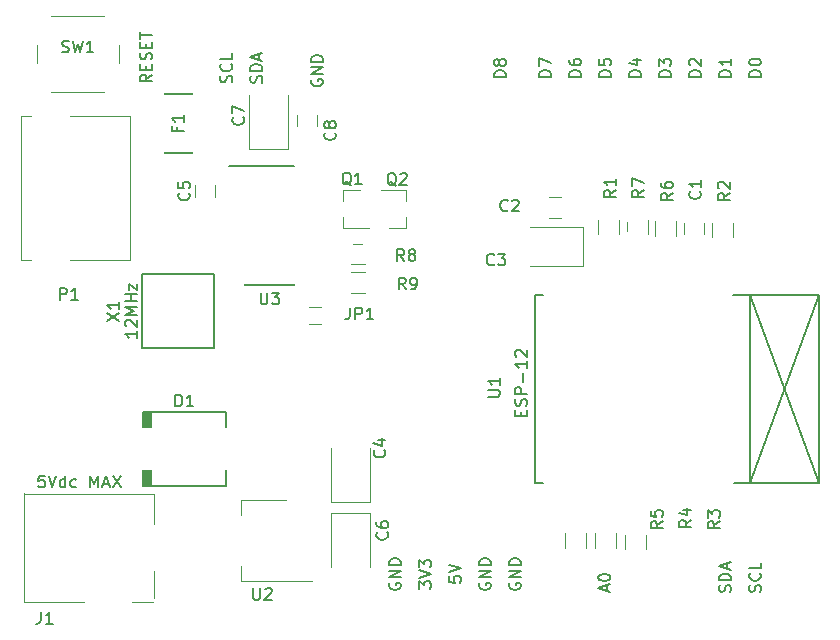
<source format=gto>
G04 #@! TF.GenerationSoftware,KiCad,Pcbnew,(2017-11-08 revision cd21218)-HEAD*
G04 #@! TF.CreationDate,2018-02-07T13:52:32+02:00*
G04 #@! TF.ProjectId,esp8266_uno,657370383236365F756E6F2E6B696361,rev?*
G04 #@! TF.SameCoordinates,Original*
G04 #@! TF.FileFunction,Legend,Top*
G04 #@! TF.FilePolarity,Positive*
%FSLAX46Y46*%
G04 Gerber Fmt 4.6, Leading zero omitted, Abs format (unit mm)*
G04 Created by KiCad (PCBNEW (2017-11-08 revision cd21218)-HEAD) date Wed Feb  7 13:52:32 2018*
%MOMM*%
%LPD*%
G01*
G04 APERTURE LIST*
%ADD10C,0.150000*%
%ADD11C,0.152400*%
%ADD12C,0.120000*%
%ADD13C,0.177800*%
%ADD14O,1.500000X2.800000*%
%ADD15R,1.500000X2.800000*%
%ADD16R,3.900000X3.900000*%
%ADD17O,2.000000X2.000000*%
%ADD18R,2.000000X2.000000*%
%ADD19C,1.920000*%
%ADD20C,3.100000*%
%ADD21C,3.600000*%
%ADD22R,1.650000X1.900000*%
%ADD23R,1.900000X1.650000*%
%ADD24R,1.600000X1.300000*%
%ADD25R,1.300000X1.200000*%
%ADD26R,1.700000X1.900000*%
%ADD27R,2.400000X4.200000*%
%ADD28R,2.400000X1.900000*%
%ADD29R,1.900000X1.000000*%
%ADD30R,5.500000X1.200000*%
%ADD31R,5.500000X1.700000*%
%ADD32C,2.400000*%
%ADD33R,2.350000X2.900000*%
%ADD34R,2.900000X2.350000*%
%ADD35R,1.860000X5.240000*%
%ADD36R,1.900000X1.700000*%
%ADD37R,2.398980X3.597860*%
G04 APERTURE END LIST*
D10*
X132535561Y-85948685D02*
X132583180Y-85805828D01*
X132583180Y-85567733D01*
X132535561Y-85472495D01*
X132487942Y-85424876D01*
X132392704Y-85377257D01*
X132297466Y-85377257D01*
X132202228Y-85424876D01*
X132154609Y-85472495D01*
X132106990Y-85567733D01*
X132059371Y-85758209D01*
X132011752Y-85853447D01*
X131964133Y-85901066D01*
X131868895Y-85948685D01*
X131773657Y-85948685D01*
X131678419Y-85901066D01*
X131630800Y-85853447D01*
X131583180Y-85758209D01*
X131583180Y-85520114D01*
X131630800Y-85377257D01*
X132583180Y-84948685D02*
X131583180Y-84948685D01*
X131583180Y-84710590D01*
X131630800Y-84567733D01*
X131726038Y-84472495D01*
X131821276Y-84424876D01*
X132011752Y-84377257D01*
X132154609Y-84377257D01*
X132345085Y-84424876D01*
X132440323Y-84472495D01*
X132535561Y-84567733D01*
X132583180Y-84710590D01*
X132583180Y-84948685D01*
X132297466Y-83996304D02*
X132297466Y-83520114D01*
X132583180Y-84091542D02*
X131583180Y-83758209D01*
X132583180Y-83424876D01*
X129995561Y-85924876D02*
X130043180Y-85782019D01*
X130043180Y-85543923D01*
X129995561Y-85448685D01*
X129947942Y-85401066D01*
X129852704Y-85353447D01*
X129757466Y-85353447D01*
X129662228Y-85401066D01*
X129614609Y-85448685D01*
X129566990Y-85543923D01*
X129519371Y-85734400D01*
X129471752Y-85829638D01*
X129424133Y-85877257D01*
X129328895Y-85924876D01*
X129233657Y-85924876D01*
X129138419Y-85877257D01*
X129090800Y-85829638D01*
X129043180Y-85734400D01*
X129043180Y-85496304D01*
X129090800Y-85353447D01*
X129947942Y-84353447D02*
X129995561Y-84401066D01*
X130043180Y-84543923D01*
X130043180Y-84639161D01*
X129995561Y-84782019D01*
X129900323Y-84877257D01*
X129805085Y-84924876D01*
X129614609Y-84972495D01*
X129471752Y-84972495D01*
X129281276Y-84924876D01*
X129186038Y-84877257D01*
X129090800Y-84782019D01*
X129043180Y-84639161D01*
X129043180Y-84543923D01*
X129090800Y-84401066D01*
X129138419Y-84353447D01*
X130043180Y-83448685D02*
X130043180Y-83924876D01*
X129043180Y-83924876D01*
X136787000Y-85699504D02*
X136739380Y-85794742D01*
X136739380Y-85937600D01*
X136787000Y-86080457D01*
X136882238Y-86175695D01*
X136977476Y-86223314D01*
X137167952Y-86270933D01*
X137310809Y-86270933D01*
X137501285Y-86223314D01*
X137596523Y-86175695D01*
X137691761Y-86080457D01*
X137739380Y-85937600D01*
X137739380Y-85842361D01*
X137691761Y-85699504D01*
X137644142Y-85651885D01*
X137310809Y-85651885D01*
X137310809Y-85842361D01*
X137739380Y-85223314D02*
X136739380Y-85223314D01*
X137739380Y-84651885D01*
X136739380Y-84651885D01*
X137739380Y-84175695D02*
X136739380Y-84175695D01*
X136739380Y-83937600D01*
X136787000Y-83794742D01*
X136882238Y-83699504D01*
X136977476Y-83651885D01*
X137167952Y-83604266D01*
X137310809Y-83604266D01*
X137501285Y-83651885D01*
X137596523Y-83699504D01*
X137691761Y-83794742D01*
X137739380Y-83937600D01*
X137739380Y-84175695D01*
X153551000Y-128320704D02*
X153503380Y-128415942D01*
X153503380Y-128558800D01*
X153551000Y-128701657D01*
X153646238Y-128796895D01*
X153741476Y-128844514D01*
X153931952Y-128892133D01*
X154074809Y-128892133D01*
X154265285Y-128844514D01*
X154360523Y-128796895D01*
X154455761Y-128701657D01*
X154503380Y-128558800D01*
X154503380Y-128463561D01*
X154455761Y-128320704D01*
X154408142Y-128273085D01*
X154074809Y-128273085D01*
X154074809Y-128463561D01*
X154503380Y-127844514D02*
X153503380Y-127844514D01*
X154503380Y-127273085D01*
X153503380Y-127273085D01*
X154503380Y-126796895D02*
X153503380Y-126796895D01*
X153503380Y-126558800D01*
X153551000Y-126415942D01*
X153646238Y-126320704D01*
X153741476Y-126273085D01*
X153931952Y-126225466D01*
X154074809Y-126225466D01*
X154265285Y-126273085D01*
X154360523Y-126320704D01*
X154455761Y-126415942D01*
X154503380Y-126558800D01*
X154503380Y-126796895D01*
X151011000Y-128320704D02*
X150963380Y-128415942D01*
X150963380Y-128558800D01*
X151011000Y-128701657D01*
X151106238Y-128796895D01*
X151201476Y-128844514D01*
X151391952Y-128892133D01*
X151534809Y-128892133D01*
X151725285Y-128844514D01*
X151820523Y-128796895D01*
X151915761Y-128701657D01*
X151963380Y-128558800D01*
X151963380Y-128463561D01*
X151915761Y-128320704D01*
X151868142Y-128273085D01*
X151534809Y-128273085D01*
X151534809Y-128463561D01*
X151963380Y-127844514D02*
X150963380Y-127844514D01*
X151963380Y-127273085D01*
X150963380Y-127273085D01*
X151963380Y-126796895D02*
X150963380Y-126796895D01*
X150963380Y-126558800D01*
X151011000Y-126415942D01*
X151106238Y-126320704D01*
X151201476Y-126273085D01*
X151391952Y-126225466D01*
X151534809Y-126225466D01*
X151725285Y-126273085D01*
X151820523Y-126320704D01*
X151915761Y-126415942D01*
X151963380Y-126558800D01*
X151963380Y-126796895D01*
X148423380Y-127749276D02*
X148423380Y-128225466D01*
X148899571Y-128273085D01*
X148851952Y-128225466D01*
X148804333Y-128130228D01*
X148804333Y-127892133D01*
X148851952Y-127796895D01*
X148899571Y-127749276D01*
X148994809Y-127701657D01*
X149232904Y-127701657D01*
X149328142Y-127749276D01*
X149375761Y-127796895D01*
X149423380Y-127892133D01*
X149423380Y-128130228D01*
X149375761Y-128225466D01*
X149328142Y-128273085D01*
X148423380Y-127415942D02*
X149423380Y-127082609D01*
X148423380Y-126749276D01*
X145883380Y-128796895D02*
X145883380Y-128177847D01*
X146264333Y-128511180D01*
X146264333Y-128368323D01*
X146311952Y-128273085D01*
X146359571Y-128225466D01*
X146454809Y-128177847D01*
X146692904Y-128177847D01*
X146788142Y-128225466D01*
X146835761Y-128273085D01*
X146883380Y-128368323D01*
X146883380Y-128654038D01*
X146835761Y-128749276D01*
X146788142Y-128796895D01*
X145883380Y-127892133D02*
X146883380Y-127558800D01*
X145883380Y-127225466D01*
X145883380Y-126987371D02*
X145883380Y-126368323D01*
X146264333Y-126701657D01*
X146264333Y-126558800D01*
X146311952Y-126463561D01*
X146359571Y-126415942D01*
X146454809Y-126368323D01*
X146692904Y-126368323D01*
X146788142Y-126415942D01*
X146835761Y-126463561D01*
X146883380Y-126558800D01*
X146883380Y-126844514D01*
X146835761Y-126939752D01*
X146788142Y-126987371D01*
X143391000Y-128320704D02*
X143343380Y-128415942D01*
X143343380Y-128558800D01*
X143391000Y-128701657D01*
X143486238Y-128796895D01*
X143581476Y-128844514D01*
X143771952Y-128892133D01*
X143914809Y-128892133D01*
X144105285Y-128844514D01*
X144200523Y-128796895D01*
X144295761Y-128701657D01*
X144343380Y-128558800D01*
X144343380Y-128463561D01*
X144295761Y-128320704D01*
X144248142Y-128273085D01*
X143914809Y-128273085D01*
X143914809Y-128463561D01*
X144343380Y-127844514D02*
X143343380Y-127844514D01*
X144343380Y-127273085D01*
X143343380Y-127273085D01*
X144343380Y-126796895D02*
X143343380Y-126796895D01*
X143343380Y-126558800D01*
X143391000Y-126415942D01*
X143486238Y-126320704D01*
X143581476Y-126273085D01*
X143771952Y-126225466D01*
X143914809Y-126225466D01*
X144105285Y-126273085D01*
X144200523Y-126320704D01*
X144295761Y-126415942D01*
X144343380Y-126558800D01*
X144343380Y-126796895D01*
X161761466Y-128984285D02*
X161761466Y-128508095D01*
X162047180Y-129079523D02*
X161047180Y-128746190D01*
X162047180Y-128412857D01*
X161047180Y-127889047D02*
X161047180Y-127793809D01*
X161094800Y-127698571D01*
X161142419Y-127650952D01*
X161237657Y-127603333D01*
X161428133Y-127555714D01*
X161666228Y-127555714D01*
X161856704Y-127603333D01*
X161951942Y-127650952D01*
X161999561Y-127698571D01*
X162047180Y-127793809D01*
X162047180Y-127889047D01*
X161999561Y-127984285D01*
X161951942Y-128031904D01*
X161856704Y-128079523D01*
X161666228Y-128127142D01*
X161428133Y-128127142D01*
X161237657Y-128079523D01*
X161142419Y-128031904D01*
X161094800Y-127984285D01*
X161047180Y-127889047D01*
X174750361Y-129054076D02*
X174797980Y-128911219D01*
X174797980Y-128673123D01*
X174750361Y-128577885D01*
X174702742Y-128530266D01*
X174607504Y-128482647D01*
X174512266Y-128482647D01*
X174417028Y-128530266D01*
X174369409Y-128577885D01*
X174321790Y-128673123D01*
X174274171Y-128863600D01*
X174226552Y-128958838D01*
X174178933Y-129006457D01*
X174083695Y-129054076D01*
X173988457Y-129054076D01*
X173893219Y-129006457D01*
X173845600Y-128958838D01*
X173797980Y-128863600D01*
X173797980Y-128625504D01*
X173845600Y-128482647D01*
X174702742Y-127482647D02*
X174750361Y-127530266D01*
X174797980Y-127673123D01*
X174797980Y-127768361D01*
X174750361Y-127911219D01*
X174655123Y-128006457D01*
X174559885Y-128054076D01*
X174369409Y-128101695D01*
X174226552Y-128101695D01*
X174036076Y-128054076D01*
X173940838Y-128006457D01*
X173845600Y-127911219D01*
X173797980Y-127768361D01*
X173797980Y-127673123D01*
X173845600Y-127530266D01*
X173893219Y-127482647D01*
X174797980Y-126577885D02*
X174797980Y-127054076D01*
X173797980Y-127054076D01*
X172210361Y-129077885D02*
X172257980Y-128935028D01*
X172257980Y-128696933D01*
X172210361Y-128601695D01*
X172162742Y-128554076D01*
X172067504Y-128506457D01*
X171972266Y-128506457D01*
X171877028Y-128554076D01*
X171829409Y-128601695D01*
X171781790Y-128696933D01*
X171734171Y-128887409D01*
X171686552Y-128982647D01*
X171638933Y-129030266D01*
X171543695Y-129077885D01*
X171448457Y-129077885D01*
X171353219Y-129030266D01*
X171305600Y-128982647D01*
X171257980Y-128887409D01*
X171257980Y-128649314D01*
X171305600Y-128506457D01*
X172257980Y-128077885D02*
X171257980Y-128077885D01*
X171257980Y-127839790D01*
X171305600Y-127696933D01*
X171400838Y-127601695D01*
X171496076Y-127554076D01*
X171686552Y-127506457D01*
X171829409Y-127506457D01*
X172019885Y-127554076D01*
X172115123Y-127601695D01*
X172210361Y-127696933D01*
X172257980Y-127839790D01*
X172257980Y-128077885D01*
X171972266Y-127125504D02*
X171972266Y-126649314D01*
X172257980Y-127220742D02*
X171257980Y-126887409D01*
X172257980Y-126554076D01*
X153207980Y-85472495D02*
X152207980Y-85472495D01*
X152207980Y-85234400D01*
X152255600Y-85091542D01*
X152350838Y-84996304D01*
X152446076Y-84948685D01*
X152636552Y-84901066D01*
X152779409Y-84901066D01*
X152969885Y-84948685D01*
X153065123Y-84996304D01*
X153160361Y-85091542D01*
X153207980Y-85234400D01*
X153207980Y-85472495D01*
X152636552Y-84329638D02*
X152588933Y-84424876D01*
X152541314Y-84472495D01*
X152446076Y-84520114D01*
X152398457Y-84520114D01*
X152303219Y-84472495D01*
X152255600Y-84424876D01*
X152207980Y-84329638D01*
X152207980Y-84139161D01*
X152255600Y-84043923D01*
X152303219Y-83996304D01*
X152398457Y-83948685D01*
X152446076Y-83948685D01*
X152541314Y-83996304D01*
X152588933Y-84043923D01*
X152636552Y-84139161D01*
X152636552Y-84329638D01*
X152684171Y-84424876D01*
X152731790Y-84472495D01*
X152827028Y-84520114D01*
X153017504Y-84520114D01*
X153112742Y-84472495D01*
X153160361Y-84424876D01*
X153207980Y-84329638D01*
X153207980Y-84139161D01*
X153160361Y-84043923D01*
X153112742Y-83996304D01*
X153017504Y-83948685D01*
X152827028Y-83948685D01*
X152731790Y-83996304D01*
X152684171Y-84043923D01*
X152636552Y-84139161D01*
X174823380Y-85447095D02*
X173823380Y-85447095D01*
X173823380Y-85209000D01*
X173871000Y-85066142D01*
X173966238Y-84970904D01*
X174061476Y-84923285D01*
X174251952Y-84875666D01*
X174394809Y-84875666D01*
X174585285Y-84923285D01*
X174680523Y-84970904D01*
X174775761Y-85066142D01*
X174823380Y-85209000D01*
X174823380Y-85447095D01*
X173823380Y-84256619D02*
X173823380Y-84161380D01*
X173871000Y-84066142D01*
X173918619Y-84018523D01*
X174013857Y-83970904D01*
X174204333Y-83923285D01*
X174442428Y-83923285D01*
X174632904Y-83970904D01*
X174728142Y-84018523D01*
X174775761Y-84066142D01*
X174823380Y-84161380D01*
X174823380Y-84256619D01*
X174775761Y-84351857D01*
X174728142Y-84399476D01*
X174632904Y-84447095D01*
X174442428Y-84494714D01*
X174204333Y-84494714D01*
X174013857Y-84447095D01*
X173918619Y-84399476D01*
X173871000Y-84351857D01*
X173823380Y-84256619D01*
X172283380Y-85447095D02*
X171283380Y-85447095D01*
X171283380Y-85209000D01*
X171331000Y-85066142D01*
X171426238Y-84970904D01*
X171521476Y-84923285D01*
X171711952Y-84875666D01*
X171854809Y-84875666D01*
X172045285Y-84923285D01*
X172140523Y-84970904D01*
X172235761Y-85066142D01*
X172283380Y-85209000D01*
X172283380Y-85447095D01*
X172283380Y-83923285D02*
X172283380Y-84494714D01*
X172283380Y-84209000D02*
X171283380Y-84209000D01*
X171426238Y-84304238D01*
X171521476Y-84399476D01*
X171569095Y-84494714D01*
X169743380Y-85447095D02*
X168743380Y-85447095D01*
X168743380Y-85209000D01*
X168791000Y-85066142D01*
X168886238Y-84970904D01*
X168981476Y-84923285D01*
X169171952Y-84875666D01*
X169314809Y-84875666D01*
X169505285Y-84923285D01*
X169600523Y-84970904D01*
X169695761Y-85066142D01*
X169743380Y-85209000D01*
X169743380Y-85447095D01*
X168838619Y-84494714D02*
X168791000Y-84447095D01*
X168743380Y-84351857D01*
X168743380Y-84113761D01*
X168791000Y-84018523D01*
X168838619Y-83970904D01*
X168933857Y-83923285D01*
X169029095Y-83923285D01*
X169171952Y-83970904D01*
X169743380Y-84542333D01*
X169743380Y-83923285D01*
X167203380Y-85447095D02*
X166203380Y-85447095D01*
X166203380Y-85209000D01*
X166251000Y-85066142D01*
X166346238Y-84970904D01*
X166441476Y-84923285D01*
X166631952Y-84875666D01*
X166774809Y-84875666D01*
X166965285Y-84923285D01*
X167060523Y-84970904D01*
X167155761Y-85066142D01*
X167203380Y-85209000D01*
X167203380Y-85447095D01*
X166203380Y-84542333D02*
X166203380Y-83923285D01*
X166584333Y-84256619D01*
X166584333Y-84113761D01*
X166631952Y-84018523D01*
X166679571Y-83970904D01*
X166774809Y-83923285D01*
X167012904Y-83923285D01*
X167108142Y-83970904D01*
X167155761Y-84018523D01*
X167203380Y-84113761D01*
X167203380Y-84399476D01*
X167155761Y-84494714D01*
X167108142Y-84542333D01*
X164663380Y-85447095D02*
X163663380Y-85447095D01*
X163663380Y-85209000D01*
X163711000Y-85066142D01*
X163806238Y-84970904D01*
X163901476Y-84923285D01*
X164091952Y-84875666D01*
X164234809Y-84875666D01*
X164425285Y-84923285D01*
X164520523Y-84970904D01*
X164615761Y-85066142D01*
X164663380Y-85209000D01*
X164663380Y-85447095D01*
X163996714Y-84018523D02*
X164663380Y-84018523D01*
X163615761Y-84256619D02*
X164330047Y-84494714D01*
X164330047Y-83875666D01*
X162123380Y-85447095D02*
X161123380Y-85447095D01*
X161123380Y-85209000D01*
X161171000Y-85066142D01*
X161266238Y-84970904D01*
X161361476Y-84923285D01*
X161551952Y-84875666D01*
X161694809Y-84875666D01*
X161885285Y-84923285D01*
X161980523Y-84970904D01*
X162075761Y-85066142D01*
X162123380Y-85209000D01*
X162123380Y-85447095D01*
X161123380Y-83970904D02*
X161123380Y-84447095D01*
X161599571Y-84494714D01*
X161551952Y-84447095D01*
X161504333Y-84351857D01*
X161504333Y-84113761D01*
X161551952Y-84018523D01*
X161599571Y-83970904D01*
X161694809Y-83923285D01*
X161932904Y-83923285D01*
X162028142Y-83970904D01*
X162075761Y-84018523D01*
X162123380Y-84113761D01*
X162123380Y-84351857D01*
X162075761Y-84447095D01*
X162028142Y-84494714D01*
X159583380Y-85447095D02*
X158583380Y-85447095D01*
X158583380Y-85209000D01*
X158631000Y-85066142D01*
X158726238Y-84970904D01*
X158821476Y-84923285D01*
X159011952Y-84875666D01*
X159154809Y-84875666D01*
X159345285Y-84923285D01*
X159440523Y-84970904D01*
X159535761Y-85066142D01*
X159583380Y-85209000D01*
X159583380Y-85447095D01*
X158583380Y-84018523D02*
X158583380Y-84209000D01*
X158631000Y-84304238D01*
X158678619Y-84351857D01*
X158821476Y-84447095D01*
X159011952Y-84494714D01*
X159392904Y-84494714D01*
X159488142Y-84447095D01*
X159535761Y-84399476D01*
X159583380Y-84304238D01*
X159583380Y-84113761D01*
X159535761Y-84018523D01*
X159488142Y-83970904D01*
X159392904Y-83923285D01*
X159154809Y-83923285D01*
X159059571Y-83970904D01*
X159011952Y-84018523D01*
X158964333Y-84113761D01*
X158964333Y-84304238D01*
X159011952Y-84399476D01*
X159059571Y-84447095D01*
X159154809Y-84494714D01*
X157043380Y-85447095D02*
X156043380Y-85447095D01*
X156043380Y-85209000D01*
X156091000Y-85066142D01*
X156186238Y-84970904D01*
X156281476Y-84923285D01*
X156471952Y-84875666D01*
X156614809Y-84875666D01*
X156805285Y-84923285D01*
X156900523Y-84970904D01*
X156995761Y-85066142D01*
X157043380Y-85209000D01*
X157043380Y-85447095D01*
X156043380Y-84542333D02*
X156043380Y-83875666D01*
X157043380Y-84304238D01*
X114165428Y-119213380D02*
X113689238Y-119213380D01*
X113641619Y-119689571D01*
X113689238Y-119641952D01*
X113784476Y-119594333D01*
X114022571Y-119594333D01*
X114117809Y-119641952D01*
X114165428Y-119689571D01*
X114213047Y-119784809D01*
X114213047Y-120022904D01*
X114165428Y-120118142D01*
X114117809Y-120165761D01*
X114022571Y-120213380D01*
X113784476Y-120213380D01*
X113689238Y-120165761D01*
X113641619Y-120118142D01*
X114498761Y-119213380D02*
X114832095Y-120213380D01*
X115165428Y-119213380D01*
X115927333Y-120213380D02*
X115927333Y-119213380D01*
X115927333Y-120165761D02*
X115832095Y-120213380D01*
X115641619Y-120213380D01*
X115546380Y-120165761D01*
X115498761Y-120118142D01*
X115451142Y-120022904D01*
X115451142Y-119737190D01*
X115498761Y-119641952D01*
X115546380Y-119594333D01*
X115641619Y-119546714D01*
X115832095Y-119546714D01*
X115927333Y-119594333D01*
X116832095Y-120165761D02*
X116736857Y-120213380D01*
X116546380Y-120213380D01*
X116451142Y-120165761D01*
X116403523Y-120118142D01*
X116355904Y-120022904D01*
X116355904Y-119737190D01*
X116403523Y-119641952D01*
X116451142Y-119594333D01*
X116546380Y-119546714D01*
X116736857Y-119546714D01*
X116832095Y-119594333D01*
X118022571Y-120213380D02*
X118022571Y-119213380D01*
X118355904Y-119927666D01*
X118689238Y-119213380D01*
X118689238Y-120213380D01*
X119117809Y-119927666D02*
X119594000Y-119927666D01*
X119022571Y-120213380D02*
X119355904Y-119213380D01*
X119689238Y-120213380D01*
X119927333Y-119213380D02*
X120594000Y-120213380D01*
X120594000Y-119213380D02*
X119927333Y-120213380D01*
D11*
X172480777Y-103886000D02*
X179723000Y-103886000D01*
X155723000Y-119886000D02*
X155723000Y-103886000D01*
X179723000Y-119886000D02*
X172574784Y-119886000D01*
X179723000Y-119886000D02*
X179723000Y-103886000D01*
X173923000Y-103886000D02*
X173923000Y-119886000D01*
X179723000Y-103886000D02*
X173923000Y-119886000D01*
X179723000Y-119886000D02*
X173923000Y-103886000D01*
X156337001Y-119886000D02*
X155701997Y-119886000D01*
X156337000Y-103886000D02*
X155701996Y-103886000D01*
D12*
X117555000Y-129949000D02*
X112392673Y-129949000D01*
X112395000Y-129921000D02*
X112395000Y-120721000D01*
X123455000Y-127249000D02*
X123455000Y-129949000D01*
X123455000Y-129949000D02*
X121555000Y-129949000D01*
X112394965Y-120749000D02*
X123455000Y-120749000D01*
X123455000Y-120749000D02*
X123455000Y-123349000D01*
X113030000Y-88769000D02*
X112140992Y-88769000D01*
X121410000Y-88769000D02*
X116330000Y-88769000D01*
X113030000Y-100969000D02*
X112140992Y-100969000D01*
X121410000Y-100969000D02*
X116330000Y-100969000D01*
X112141000Y-100965000D02*
X112141000Y-88773000D01*
X121410000Y-88769000D02*
X121410000Y-100969000D01*
X168314000Y-97798000D02*
X168314000Y-98798000D01*
X170014000Y-98798000D02*
X170014000Y-97798000D01*
X157853000Y-95670000D02*
X156853000Y-95670000D01*
X156853000Y-97370000D02*
X157853000Y-97370000D01*
X126912000Y-94623000D02*
X126912000Y-95623000D01*
X128612000Y-95623000D02*
X128612000Y-94623000D01*
X135548000Y-88654000D02*
X135548000Y-89654000D01*
X137248000Y-89654000D02*
X137248000Y-88654000D01*
X136533000Y-104984000D02*
X137533000Y-104984000D01*
X137533000Y-106344000D02*
X136533000Y-106344000D01*
X139448000Y-95067000D02*
X140908000Y-95067000D01*
X139448000Y-98227000D02*
X141608000Y-98227000D01*
X139448000Y-98227000D02*
X139448000Y-97297000D01*
X139448000Y-95067000D02*
X139448000Y-95997000D01*
X144778000Y-98227000D02*
X144778000Y-97297000D01*
X144778000Y-95067000D02*
X144778000Y-95997000D01*
X144778000Y-95067000D02*
X142618000Y-95067000D01*
X144778000Y-98227000D02*
X143318000Y-98227000D01*
X162805000Y-97571000D02*
X162805000Y-98771000D01*
X161045000Y-98771000D02*
X161045000Y-97571000D01*
X172457000Y-97825000D02*
X172457000Y-99025000D01*
X170697000Y-99025000D02*
X170697000Y-97825000D01*
X165091000Y-124241000D02*
X165091000Y-125441000D01*
X163331000Y-125441000D02*
X163331000Y-124241000D01*
X160791000Y-125314000D02*
X160791000Y-124114000D01*
X162551000Y-124114000D02*
X162551000Y-125314000D01*
X160011000Y-124114000D02*
X160011000Y-125314000D01*
X158251000Y-125314000D02*
X158251000Y-124114000D01*
X167631000Y-97698000D02*
X167631000Y-98898000D01*
X165871000Y-98898000D02*
X165871000Y-97698000D01*
X165218000Y-97571000D02*
X165218000Y-98771000D01*
X163458000Y-98771000D02*
X163458000Y-97571000D01*
X130805000Y-121304000D02*
X130805000Y-122564000D01*
X130805000Y-128124000D02*
X130805000Y-126864000D01*
X134565000Y-121304000D02*
X130805000Y-121304000D01*
X136815000Y-128124000D02*
X130805000Y-128124000D01*
D10*
X131148000Y-92969000D02*
X131148000Y-92994000D01*
X135298000Y-92969000D02*
X135298000Y-93074000D01*
X135298000Y-103119000D02*
X135298000Y-103014000D01*
X131148000Y-103119000D02*
X131148000Y-103014000D01*
X131148000Y-92969000D02*
X135298000Y-92969000D01*
X131148000Y-103119000D02*
X135298000Y-103119000D01*
X131148000Y-92994000D02*
X129773000Y-92994000D01*
X128524000Y-102184200D02*
X122426000Y-102183000D01*
X122426000Y-102183000D02*
X122426000Y-108383000D01*
X122426000Y-108383000D02*
X128526000Y-108383000D01*
X128526000Y-108383000D02*
X128524000Y-102184200D01*
D12*
X114728500Y-86780000D02*
X119228500Y-86780000D01*
X113478500Y-82780000D02*
X113478500Y-84280000D01*
X119228500Y-80280000D02*
X114728500Y-80280000D01*
X120478500Y-84280000D02*
X120478500Y-82780000D01*
X159772000Y-101472000D02*
X155222000Y-101472000D01*
X159772000Y-98172000D02*
X155222000Y-98172000D01*
X159772000Y-101472000D02*
X159772000Y-98172000D01*
X138431000Y-121418000D02*
X141731000Y-121418000D01*
X141731000Y-121418000D02*
X141731000Y-116868000D01*
X138431000Y-121418000D02*
X138431000Y-116868000D01*
X141731000Y-122422000D02*
X138431000Y-122422000D01*
X138431000Y-122422000D02*
X138431000Y-126972000D01*
X141731000Y-122422000D02*
X141731000Y-126972000D01*
X131446000Y-91573000D02*
X131446000Y-87023000D01*
X134746000Y-91573000D02*
X134746000Y-87023000D01*
X131446000Y-91573000D02*
X134746000Y-91573000D01*
D10*
X122756000Y-91898000D02*
X128196000Y-91898000D01*
X122756000Y-86918000D02*
X128196000Y-86918000D01*
D12*
X140116000Y-99577000D02*
X141316000Y-99577000D01*
X141316000Y-101337000D02*
X140116000Y-101337000D01*
X141316000Y-103750000D02*
X140116000Y-103750000D01*
X140116000Y-101990000D02*
X141316000Y-101990000D01*
D13*
X122582940Y-120065800D02*
X122582940Y-113868200D01*
X122684540Y-113868200D02*
X122684540Y-120065800D01*
X122783600Y-120065800D02*
X122783600Y-113868200D01*
X122885200Y-113868200D02*
X122885200Y-120065800D01*
X122984260Y-120065800D02*
X122984260Y-113868200D01*
X123083320Y-113868200D02*
X123083320Y-120065800D01*
X123184920Y-120065800D02*
X123184920Y-113868200D01*
X129481580Y-120065800D02*
X122486420Y-120065800D01*
X122483880Y-120065800D02*
X122483880Y-113868200D01*
X122483880Y-113868200D02*
X129484120Y-113868200D01*
X129484120Y-113868200D02*
X129484120Y-120065800D01*
D10*
X151725380Y-112521904D02*
X152534904Y-112521904D01*
X152630142Y-112474285D01*
X152677761Y-112426666D01*
X152725380Y-112331428D01*
X152725380Y-112140952D01*
X152677761Y-112045714D01*
X152630142Y-111998095D01*
X152534904Y-111950476D01*
X151725380Y-111950476D01*
X152725380Y-110950476D02*
X152725380Y-111521904D01*
X152725380Y-111236190D02*
X151725380Y-111236190D01*
X151868238Y-111331428D01*
X151963476Y-111426666D01*
X152011095Y-111521904D01*
X154487571Y-114140904D02*
X154487571Y-113807571D01*
X155011380Y-113664714D02*
X155011380Y-114140904D01*
X154011380Y-114140904D01*
X154011380Y-113664714D01*
X154963761Y-113283761D02*
X155011380Y-113140904D01*
X155011380Y-112902809D01*
X154963761Y-112807571D01*
X154916142Y-112759952D01*
X154820904Y-112712333D01*
X154725666Y-112712333D01*
X154630428Y-112759952D01*
X154582809Y-112807571D01*
X154535190Y-112902809D01*
X154487571Y-113093285D01*
X154439952Y-113188523D01*
X154392333Y-113236142D01*
X154297095Y-113283761D01*
X154201857Y-113283761D01*
X154106619Y-113236142D01*
X154059000Y-113188523D01*
X154011380Y-113093285D01*
X154011380Y-112855190D01*
X154059000Y-112712333D01*
X155011380Y-112283761D02*
X154011380Y-112283761D01*
X154011380Y-111902809D01*
X154059000Y-111807571D01*
X154106619Y-111759952D01*
X154201857Y-111712333D01*
X154344714Y-111712333D01*
X154439952Y-111759952D01*
X154487571Y-111807571D01*
X154535190Y-111902809D01*
X154535190Y-112283761D01*
X154630428Y-111283761D02*
X154630428Y-110521857D01*
X155011380Y-109521857D02*
X155011380Y-110093285D01*
X155011380Y-109807571D02*
X154011380Y-109807571D01*
X154154238Y-109902809D01*
X154249476Y-109998047D01*
X154297095Y-110093285D01*
X154106619Y-109140904D02*
X154059000Y-109093285D01*
X154011380Y-108998047D01*
X154011380Y-108759952D01*
X154059000Y-108664714D01*
X154106619Y-108617095D01*
X154201857Y-108569476D01*
X154297095Y-108569476D01*
X154439952Y-108617095D01*
X155011380Y-109188523D01*
X155011380Y-108569476D01*
X113839666Y-130770380D02*
X113839666Y-131484666D01*
X113792047Y-131627523D01*
X113696809Y-131722761D01*
X113553952Y-131770380D01*
X113458714Y-131770380D01*
X114839666Y-131770380D02*
X114268238Y-131770380D01*
X114553952Y-131770380D02*
X114553952Y-130770380D01*
X114458714Y-130913238D01*
X114363476Y-131008476D01*
X114268238Y-131056095D01*
X115466904Y-104338380D02*
X115466904Y-103338380D01*
X115847857Y-103338380D01*
X115943095Y-103386000D01*
X115990714Y-103433619D01*
X116038333Y-103528857D01*
X116038333Y-103671714D01*
X115990714Y-103766952D01*
X115943095Y-103814571D01*
X115847857Y-103862190D01*
X115466904Y-103862190D01*
X116990714Y-104338380D02*
X116419285Y-104338380D01*
X116705000Y-104338380D02*
X116705000Y-103338380D01*
X116609761Y-103481238D01*
X116514523Y-103576476D01*
X116419285Y-103624095D01*
X169648142Y-95162666D02*
X169695761Y-95210285D01*
X169743380Y-95353142D01*
X169743380Y-95448380D01*
X169695761Y-95591238D01*
X169600523Y-95686476D01*
X169505285Y-95734095D01*
X169314809Y-95781714D01*
X169171952Y-95781714D01*
X168981476Y-95734095D01*
X168886238Y-95686476D01*
X168791000Y-95591238D01*
X168743380Y-95448380D01*
X168743380Y-95353142D01*
X168791000Y-95210285D01*
X168838619Y-95162666D01*
X169743380Y-94210285D02*
X169743380Y-94781714D01*
X169743380Y-94496000D02*
X168743380Y-94496000D01*
X168886238Y-94591238D01*
X168981476Y-94686476D01*
X169029095Y-94781714D01*
X153376333Y-96750142D02*
X153328714Y-96797761D01*
X153185857Y-96845380D01*
X153090619Y-96845380D01*
X152947761Y-96797761D01*
X152852523Y-96702523D01*
X152804904Y-96607285D01*
X152757285Y-96416809D01*
X152757285Y-96273952D01*
X152804904Y-96083476D01*
X152852523Y-95988238D01*
X152947761Y-95893000D01*
X153090619Y-95845380D01*
X153185857Y-95845380D01*
X153328714Y-95893000D01*
X153376333Y-95940619D01*
X153757285Y-95940619D02*
X153804904Y-95893000D01*
X153900142Y-95845380D01*
X154138238Y-95845380D01*
X154233476Y-95893000D01*
X154281095Y-95940619D01*
X154328714Y-96035857D01*
X154328714Y-96131095D01*
X154281095Y-96273952D01*
X153709666Y-96845380D01*
X154328714Y-96845380D01*
X126369142Y-95289666D02*
X126416761Y-95337285D01*
X126464380Y-95480142D01*
X126464380Y-95575380D01*
X126416761Y-95718238D01*
X126321523Y-95813476D01*
X126226285Y-95861095D01*
X126035809Y-95908714D01*
X125892952Y-95908714D01*
X125702476Y-95861095D01*
X125607238Y-95813476D01*
X125512000Y-95718238D01*
X125464380Y-95575380D01*
X125464380Y-95480142D01*
X125512000Y-95337285D01*
X125559619Y-95289666D01*
X125464380Y-94384904D02*
X125464380Y-94861095D01*
X125940571Y-94908714D01*
X125892952Y-94861095D01*
X125845333Y-94765857D01*
X125845333Y-94527761D01*
X125892952Y-94432523D01*
X125940571Y-94384904D01*
X126035809Y-94337285D01*
X126273904Y-94337285D01*
X126369142Y-94384904D01*
X126416761Y-94432523D01*
X126464380Y-94527761D01*
X126464380Y-94765857D01*
X126416761Y-94861095D01*
X126369142Y-94908714D01*
X138736342Y-90184266D02*
X138783961Y-90231885D01*
X138831580Y-90374742D01*
X138831580Y-90469980D01*
X138783961Y-90612838D01*
X138688723Y-90708076D01*
X138593485Y-90755695D01*
X138403009Y-90803314D01*
X138260152Y-90803314D01*
X138069676Y-90755695D01*
X137974438Y-90708076D01*
X137879200Y-90612838D01*
X137831580Y-90469980D01*
X137831580Y-90374742D01*
X137879200Y-90231885D01*
X137926819Y-90184266D01*
X138260152Y-89612838D02*
X138212533Y-89708076D01*
X138164914Y-89755695D01*
X138069676Y-89803314D01*
X138022057Y-89803314D01*
X137926819Y-89755695D01*
X137879200Y-89708076D01*
X137831580Y-89612838D01*
X137831580Y-89422361D01*
X137879200Y-89327123D01*
X137926819Y-89279504D01*
X138022057Y-89231885D01*
X138069676Y-89231885D01*
X138164914Y-89279504D01*
X138212533Y-89327123D01*
X138260152Y-89422361D01*
X138260152Y-89612838D01*
X138307771Y-89708076D01*
X138355390Y-89755695D01*
X138450628Y-89803314D01*
X138641104Y-89803314D01*
X138736342Y-89755695D01*
X138783961Y-89708076D01*
X138831580Y-89612838D01*
X138831580Y-89422361D01*
X138783961Y-89327123D01*
X138736342Y-89279504D01*
X138641104Y-89231885D01*
X138450628Y-89231885D01*
X138355390Y-89279504D01*
X138307771Y-89327123D01*
X138260152Y-89422361D01*
X140009666Y-104989380D02*
X140009666Y-105703666D01*
X139962047Y-105846523D01*
X139866809Y-105941761D01*
X139723952Y-105989380D01*
X139628714Y-105989380D01*
X140485857Y-105989380D02*
X140485857Y-104989380D01*
X140866809Y-104989380D01*
X140962047Y-105037000D01*
X141009666Y-105084619D01*
X141057285Y-105179857D01*
X141057285Y-105322714D01*
X141009666Y-105417952D01*
X140962047Y-105465571D01*
X140866809Y-105513190D01*
X140485857Y-105513190D01*
X142009666Y-105989380D02*
X141438238Y-105989380D01*
X141723952Y-105989380D02*
X141723952Y-104989380D01*
X141628714Y-105132238D01*
X141533476Y-105227476D01*
X141438238Y-105275095D01*
X140112761Y-94654619D02*
X140017523Y-94607000D01*
X139922285Y-94511761D01*
X139779428Y-94368904D01*
X139684190Y-94321285D01*
X139588952Y-94321285D01*
X139636571Y-94559380D02*
X139541333Y-94511761D01*
X139446095Y-94416523D01*
X139398476Y-94226047D01*
X139398476Y-93892714D01*
X139446095Y-93702238D01*
X139541333Y-93607000D01*
X139636571Y-93559380D01*
X139827047Y-93559380D01*
X139922285Y-93607000D01*
X140017523Y-93702238D01*
X140065142Y-93892714D01*
X140065142Y-94226047D01*
X140017523Y-94416523D01*
X139922285Y-94511761D01*
X139827047Y-94559380D01*
X139636571Y-94559380D01*
X141017523Y-94559380D02*
X140446095Y-94559380D01*
X140731809Y-94559380D02*
X140731809Y-93559380D01*
X140636571Y-93702238D01*
X140541333Y-93797476D01*
X140446095Y-93845095D01*
X143922761Y-94694619D02*
X143827523Y-94647000D01*
X143732285Y-94551761D01*
X143589428Y-94408904D01*
X143494190Y-94361285D01*
X143398952Y-94361285D01*
X143446571Y-94599380D02*
X143351333Y-94551761D01*
X143256095Y-94456523D01*
X143208476Y-94266047D01*
X143208476Y-93932714D01*
X143256095Y-93742238D01*
X143351333Y-93647000D01*
X143446571Y-93599380D01*
X143637047Y-93599380D01*
X143732285Y-93647000D01*
X143827523Y-93742238D01*
X143875142Y-93932714D01*
X143875142Y-94266047D01*
X143827523Y-94456523D01*
X143732285Y-94551761D01*
X143637047Y-94599380D01*
X143446571Y-94599380D01*
X144256095Y-93694619D02*
X144303714Y-93647000D01*
X144398952Y-93599380D01*
X144637047Y-93599380D01*
X144732285Y-93647000D01*
X144779904Y-93694619D01*
X144827523Y-93789857D01*
X144827523Y-93885095D01*
X144779904Y-94027952D01*
X144208476Y-94599380D01*
X144827523Y-94599380D01*
X162504380Y-95035666D02*
X162028190Y-95369000D01*
X162504380Y-95607095D02*
X161504380Y-95607095D01*
X161504380Y-95226142D01*
X161552000Y-95130904D01*
X161599619Y-95083285D01*
X161694857Y-95035666D01*
X161837714Y-95035666D01*
X161932952Y-95083285D01*
X161980571Y-95130904D01*
X162028190Y-95226142D01*
X162028190Y-95607095D01*
X162504380Y-94083285D02*
X162504380Y-94654714D01*
X162504380Y-94369000D02*
X161504380Y-94369000D01*
X161647238Y-94464238D01*
X161742476Y-94559476D01*
X161790095Y-94654714D01*
X172156380Y-95289666D02*
X171680190Y-95623000D01*
X172156380Y-95861095D02*
X171156380Y-95861095D01*
X171156380Y-95480142D01*
X171204000Y-95384904D01*
X171251619Y-95337285D01*
X171346857Y-95289666D01*
X171489714Y-95289666D01*
X171584952Y-95337285D01*
X171632571Y-95384904D01*
X171680190Y-95480142D01*
X171680190Y-95861095D01*
X171251619Y-94908714D02*
X171204000Y-94861095D01*
X171156380Y-94765857D01*
X171156380Y-94527761D01*
X171204000Y-94432523D01*
X171251619Y-94384904D01*
X171346857Y-94337285D01*
X171442095Y-94337285D01*
X171584952Y-94384904D01*
X172156380Y-94956333D01*
X172156380Y-94337285D01*
X171318180Y-123102666D02*
X170841990Y-123436000D01*
X171318180Y-123674095D02*
X170318180Y-123674095D01*
X170318180Y-123293142D01*
X170365800Y-123197904D01*
X170413419Y-123150285D01*
X170508657Y-123102666D01*
X170651514Y-123102666D01*
X170746752Y-123150285D01*
X170794371Y-123197904D01*
X170841990Y-123293142D01*
X170841990Y-123674095D01*
X170318180Y-122769333D02*
X170318180Y-122150285D01*
X170699133Y-122483619D01*
X170699133Y-122340761D01*
X170746752Y-122245523D01*
X170794371Y-122197904D01*
X170889609Y-122150285D01*
X171127704Y-122150285D01*
X171222942Y-122197904D01*
X171270561Y-122245523D01*
X171318180Y-122340761D01*
X171318180Y-122626476D01*
X171270561Y-122721714D01*
X171222942Y-122769333D01*
X168905180Y-122975666D02*
X168428990Y-123309000D01*
X168905180Y-123547095D02*
X167905180Y-123547095D01*
X167905180Y-123166142D01*
X167952800Y-123070904D01*
X168000419Y-123023285D01*
X168095657Y-122975666D01*
X168238514Y-122975666D01*
X168333752Y-123023285D01*
X168381371Y-123070904D01*
X168428990Y-123166142D01*
X168428990Y-123547095D01*
X168238514Y-122118523D02*
X168905180Y-122118523D01*
X167857561Y-122356619D02*
X168571847Y-122594714D01*
X168571847Y-121975666D01*
X166492180Y-123102666D02*
X166015990Y-123436000D01*
X166492180Y-123674095D02*
X165492180Y-123674095D01*
X165492180Y-123293142D01*
X165539800Y-123197904D01*
X165587419Y-123150285D01*
X165682657Y-123102666D01*
X165825514Y-123102666D01*
X165920752Y-123150285D01*
X165968371Y-123197904D01*
X166015990Y-123293142D01*
X166015990Y-123674095D01*
X165492180Y-122197904D02*
X165492180Y-122674095D01*
X165968371Y-122721714D01*
X165920752Y-122674095D01*
X165873133Y-122578857D01*
X165873133Y-122340761D01*
X165920752Y-122245523D01*
X165968371Y-122197904D01*
X166063609Y-122150285D01*
X166301704Y-122150285D01*
X166396942Y-122197904D01*
X166444561Y-122245523D01*
X166492180Y-122340761D01*
X166492180Y-122578857D01*
X166444561Y-122674095D01*
X166396942Y-122721714D01*
X167330380Y-95289666D02*
X166854190Y-95623000D01*
X167330380Y-95861095D02*
X166330380Y-95861095D01*
X166330380Y-95480142D01*
X166378000Y-95384904D01*
X166425619Y-95337285D01*
X166520857Y-95289666D01*
X166663714Y-95289666D01*
X166758952Y-95337285D01*
X166806571Y-95384904D01*
X166854190Y-95480142D01*
X166854190Y-95861095D01*
X166330380Y-94432523D02*
X166330380Y-94623000D01*
X166378000Y-94718238D01*
X166425619Y-94765857D01*
X166568476Y-94861095D01*
X166758952Y-94908714D01*
X167139904Y-94908714D01*
X167235142Y-94861095D01*
X167282761Y-94813476D01*
X167330380Y-94718238D01*
X167330380Y-94527761D01*
X167282761Y-94432523D01*
X167235142Y-94384904D01*
X167139904Y-94337285D01*
X166901809Y-94337285D01*
X166806571Y-94384904D01*
X166758952Y-94432523D01*
X166711333Y-94527761D01*
X166711333Y-94718238D01*
X166758952Y-94813476D01*
X166806571Y-94861095D01*
X166901809Y-94908714D01*
X164917380Y-95035666D02*
X164441190Y-95369000D01*
X164917380Y-95607095D02*
X163917380Y-95607095D01*
X163917380Y-95226142D01*
X163965000Y-95130904D01*
X164012619Y-95083285D01*
X164107857Y-95035666D01*
X164250714Y-95035666D01*
X164345952Y-95083285D01*
X164393571Y-95130904D01*
X164441190Y-95226142D01*
X164441190Y-95607095D01*
X163917380Y-94702333D02*
X163917380Y-94035666D01*
X164917380Y-94464238D01*
X131826095Y-128738380D02*
X131826095Y-129547904D01*
X131873714Y-129643142D01*
X131921333Y-129690761D01*
X132016571Y-129738380D01*
X132207047Y-129738380D01*
X132302285Y-129690761D01*
X132349904Y-129643142D01*
X132397523Y-129547904D01*
X132397523Y-128738380D01*
X132826095Y-128833619D02*
X132873714Y-128786000D01*
X132968952Y-128738380D01*
X133207047Y-128738380D01*
X133302285Y-128786000D01*
X133349904Y-128833619D01*
X133397523Y-128928857D01*
X133397523Y-129024095D01*
X133349904Y-129166952D01*
X132778476Y-129738380D01*
X133397523Y-129738380D01*
X132461095Y-103719380D02*
X132461095Y-104528904D01*
X132508714Y-104624142D01*
X132556333Y-104671761D01*
X132651571Y-104719380D01*
X132842047Y-104719380D01*
X132937285Y-104671761D01*
X132984904Y-104624142D01*
X133032523Y-104528904D01*
X133032523Y-103719380D01*
X133413476Y-103719380D02*
X134032523Y-103719380D01*
X133699190Y-104100333D01*
X133842047Y-104100333D01*
X133937285Y-104147952D01*
X133984904Y-104195571D01*
X134032523Y-104290809D01*
X134032523Y-104528904D01*
X133984904Y-104624142D01*
X133937285Y-104671761D01*
X133842047Y-104719380D01*
X133556333Y-104719380D01*
X133461095Y-104671761D01*
X133413476Y-104624142D01*
X119467380Y-106092523D02*
X120467380Y-105425857D01*
X119467380Y-105425857D02*
X120467380Y-106092523D01*
X120467380Y-104521095D02*
X120467380Y-105092523D01*
X120467380Y-104806809D02*
X119467380Y-104806809D01*
X119610238Y-104902047D01*
X119705476Y-104997285D01*
X119753095Y-105092523D01*
X121991380Y-106973476D02*
X121991380Y-107544904D01*
X121991380Y-107259190D02*
X120991380Y-107259190D01*
X121134238Y-107354428D01*
X121229476Y-107449666D01*
X121277095Y-107544904D01*
X121086619Y-106592523D02*
X121039000Y-106544904D01*
X120991380Y-106449666D01*
X120991380Y-106211571D01*
X121039000Y-106116333D01*
X121086619Y-106068714D01*
X121181857Y-106021095D01*
X121277095Y-106021095D01*
X121419952Y-106068714D01*
X121991380Y-106640142D01*
X121991380Y-106021095D01*
X121991380Y-105592523D02*
X120991380Y-105592523D01*
X121705666Y-105259190D01*
X120991380Y-104925857D01*
X121991380Y-104925857D01*
X121991380Y-104449666D02*
X120991380Y-104449666D01*
X121467571Y-104449666D02*
X121467571Y-103878238D01*
X121991380Y-103878238D02*
X120991380Y-103878238D01*
X121324714Y-103497285D02*
X121324714Y-102973476D01*
X121991380Y-103497285D01*
X121991380Y-102973476D01*
X115633666Y-83335761D02*
X115776523Y-83383380D01*
X116014619Y-83383380D01*
X116109857Y-83335761D01*
X116157476Y-83288142D01*
X116205095Y-83192904D01*
X116205095Y-83097666D01*
X116157476Y-83002428D01*
X116109857Y-82954809D01*
X116014619Y-82907190D01*
X115824142Y-82859571D01*
X115728904Y-82811952D01*
X115681285Y-82764333D01*
X115633666Y-82669095D01*
X115633666Y-82573857D01*
X115681285Y-82478619D01*
X115728904Y-82431000D01*
X115824142Y-82383380D01*
X116062238Y-82383380D01*
X116205095Y-82431000D01*
X116538428Y-82383380D02*
X116776523Y-83383380D01*
X116967000Y-82669095D01*
X117157476Y-83383380D01*
X117395571Y-82383380D01*
X118300333Y-83383380D02*
X117728904Y-83383380D01*
X118014619Y-83383380D02*
X118014619Y-82383380D01*
X117919380Y-82526238D01*
X117824142Y-82621476D01*
X117728904Y-82669095D01*
X123261380Y-85272380D02*
X122785190Y-85605714D01*
X123261380Y-85843809D02*
X122261380Y-85843809D01*
X122261380Y-85462857D01*
X122309000Y-85367619D01*
X122356619Y-85320000D01*
X122451857Y-85272380D01*
X122594714Y-85272380D01*
X122689952Y-85320000D01*
X122737571Y-85367619D01*
X122785190Y-85462857D01*
X122785190Y-85843809D01*
X122737571Y-84843809D02*
X122737571Y-84510476D01*
X123261380Y-84367619D02*
X123261380Y-84843809D01*
X122261380Y-84843809D01*
X122261380Y-84367619D01*
X123213761Y-83986666D02*
X123261380Y-83843809D01*
X123261380Y-83605714D01*
X123213761Y-83510476D01*
X123166142Y-83462857D01*
X123070904Y-83415238D01*
X122975666Y-83415238D01*
X122880428Y-83462857D01*
X122832809Y-83510476D01*
X122785190Y-83605714D01*
X122737571Y-83796190D01*
X122689952Y-83891428D01*
X122642333Y-83939047D01*
X122547095Y-83986666D01*
X122451857Y-83986666D01*
X122356619Y-83939047D01*
X122309000Y-83891428D01*
X122261380Y-83796190D01*
X122261380Y-83558095D01*
X122309000Y-83415238D01*
X122737571Y-82986666D02*
X122737571Y-82653333D01*
X123261380Y-82510476D02*
X123261380Y-82986666D01*
X122261380Y-82986666D01*
X122261380Y-82510476D01*
X122261380Y-82224761D02*
X122261380Y-81653333D01*
X123261380Y-81939047D02*
X122261380Y-81939047D01*
X152233333Y-101322142D02*
X152185714Y-101369761D01*
X152042857Y-101417380D01*
X151947619Y-101417380D01*
X151804761Y-101369761D01*
X151709523Y-101274523D01*
X151661904Y-101179285D01*
X151614285Y-100988809D01*
X151614285Y-100845952D01*
X151661904Y-100655476D01*
X151709523Y-100560238D01*
X151804761Y-100465000D01*
X151947619Y-100417380D01*
X152042857Y-100417380D01*
X152185714Y-100465000D01*
X152233333Y-100512619D01*
X152566666Y-100417380D02*
X153185714Y-100417380D01*
X152852380Y-100798333D01*
X152995238Y-100798333D01*
X153090476Y-100845952D01*
X153138095Y-100893571D01*
X153185714Y-100988809D01*
X153185714Y-101226904D01*
X153138095Y-101322142D01*
X153090476Y-101369761D01*
X152995238Y-101417380D01*
X152709523Y-101417380D01*
X152614285Y-101369761D01*
X152566666Y-101322142D01*
X142927342Y-117057466D02*
X142974961Y-117105085D01*
X143022580Y-117247942D01*
X143022580Y-117343180D01*
X142974961Y-117486038D01*
X142879723Y-117581276D01*
X142784485Y-117628895D01*
X142594009Y-117676514D01*
X142451152Y-117676514D01*
X142260676Y-117628895D01*
X142165438Y-117581276D01*
X142070200Y-117486038D01*
X142022580Y-117343180D01*
X142022580Y-117247942D01*
X142070200Y-117105085D01*
X142117819Y-117057466D01*
X142355914Y-116200323D02*
X143022580Y-116200323D01*
X141974961Y-116438419D02*
X142689247Y-116676514D01*
X142689247Y-116057466D01*
X143155942Y-124017066D02*
X143203561Y-124064685D01*
X143251180Y-124207542D01*
X143251180Y-124302780D01*
X143203561Y-124445638D01*
X143108323Y-124540876D01*
X143013085Y-124588495D01*
X142822609Y-124636114D01*
X142679752Y-124636114D01*
X142489276Y-124588495D01*
X142394038Y-124540876D01*
X142298800Y-124445638D01*
X142251180Y-124302780D01*
X142251180Y-124207542D01*
X142298800Y-124064685D01*
X142346419Y-124017066D01*
X142251180Y-123159923D02*
X142251180Y-123350400D01*
X142298800Y-123445638D01*
X142346419Y-123493257D01*
X142489276Y-123588495D01*
X142679752Y-123636114D01*
X143060704Y-123636114D01*
X143155942Y-123588495D01*
X143203561Y-123540876D01*
X143251180Y-123445638D01*
X143251180Y-123255161D01*
X143203561Y-123159923D01*
X143155942Y-123112304D01*
X143060704Y-123064685D01*
X142822609Y-123064685D01*
X142727371Y-123112304D01*
X142679752Y-123159923D01*
X142632133Y-123255161D01*
X142632133Y-123445638D01*
X142679752Y-123540876D01*
X142727371Y-123588495D01*
X142822609Y-123636114D01*
X130963942Y-88888866D02*
X131011561Y-88936485D01*
X131059180Y-89079342D01*
X131059180Y-89174580D01*
X131011561Y-89317438D01*
X130916323Y-89412676D01*
X130821085Y-89460295D01*
X130630609Y-89507914D01*
X130487752Y-89507914D01*
X130297276Y-89460295D01*
X130202038Y-89412676D01*
X130106800Y-89317438D01*
X130059180Y-89174580D01*
X130059180Y-89079342D01*
X130106800Y-88936485D01*
X130154419Y-88888866D01*
X130059180Y-88555533D02*
X130059180Y-87888866D01*
X131059180Y-88317438D01*
X125404571Y-89741333D02*
X125404571Y-90074666D01*
X125928380Y-90074666D02*
X124928380Y-90074666D01*
X124928380Y-89598476D01*
X125928380Y-88693714D02*
X125928380Y-89265142D01*
X125928380Y-88979428D02*
X124928380Y-88979428D01*
X125071238Y-89074666D01*
X125166476Y-89169904D01*
X125214095Y-89265142D01*
X144613333Y-101036380D02*
X144280000Y-100560190D01*
X144041904Y-101036380D02*
X144041904Y-100036380D01*
X144422857Y-100036380D01*
X144518095Y-100084000D01*
X144565714Y-100131619D01*
X144613333Y-100226857D01*
X144613333Y-100369714D01*
X144565714Y-100464952D01*
X144518095Y-100512571D01*
X144422857Y-100560190D01*
X144041904Y-100560190D01*
X145184761Y-100464952D02*
X145089523Y-100417333D01*
X145041904Y-100369714D01*
X144994285Y-100274476D01*
X144994285Y-100226857D01*
X145041904Y-100131619D01*
X145089523Y-100084000D01*
X145184761Y-100036380D01*
X145375238Y-100036380D01*
X145470476Y-100084000D01*
X145518095Y-100131619D01*
X145565714Y-100226857D01*
X145565714Y-100274476D01*
X145518095Y-100369714D01*
X145470476Y-100417333D01*
X145375238Y-100464952D01*
X145184761Y-100464952D01*
X145089523Y-100512571D01*
X145041904Y-100560190D01*
X144994285Y-100655428D01*
X144994285Y-100845904D01*
X145041904Y-100941142D01*
X145089523Y-100988761D01*
X145184761Y-101036380D01*
X145375238Y-101036380D01*
X145470476Y-100988761D01*
X145518095Y-100941142D01*
X145565714Y-100845904D01*
X145565714Y-100655428D01*
X145518095Y-100560190D01*
X145470476Y-100512571D01*
X145375238Y-100464952D01*
X144740333Y-103449380D02*
X144407000Y-102973190D01*
X144168904Y-103449380D02*
X144168904Y-102449380D01*
X144549857Y-102449380D01*
X144645095Y-102497000D01*
X144692714Y-102544619D01*
X144740333Y-102639857D01*
X144740333Y-102782714D01*
X144692714Y-102877952D01*
X144645095Y-102925571D01*
X144549857Y-102973190D01*
X144168904Y-102973190D01*
X145216523Y-103449380D02*
X145407000Y-103449380D01*
X145502238Y-103401761D01*
X145549857Y-103354142D01*
X145645095Y-103211285D01*
X145692714Y-103020809D01*
X145692714Y-102639857D01*
X145645095Y-102544619D01*
X145597476Y-102497000D01*
X145502238Y-102449380D01*
X145311761Y-102449380D01*
X145216523Y-102497000D01*
X145168904Y-102544619D01*
X145121285Y-102639857D01*
X145121285Y-102877952D01*
X145168904Y-102973190D01*
X145216523Y-103020809D01*
X145311761Y-103068428D01*
X145502238Y-103068428D01*
X145597476Y-103020809D01*
X145645095Y-102973190D01*
X145692714Y-102877952D01*
X125245904Y-113355380D02*
X125245904Y-112355380D01*
X125484000Y-112355380D01*
X125626857Y-112403000D01*
X125722095Y-112498238D01*
X125769714Y-112593476D01*
X125817333Y-112783952D01*
X125817333Y-112926809D01*
X125769714Y-113117285D01*
X125722095Y-113212523D01*
X125626857Y-113307761D01*
X125484000Y-113355380D01*
X125245904Y-113355380D01*
X126769714Y-113355380D02*
X126198285Y-113355380D01*
X126484000Y-113355380D02*
X126484000Y-112355380D01*
X126388761Y-112498238D01*
X126293523Y-112593476D01*
X126198285Y-112641095D01*
%LPC*%
D14*
X171323000Y-119886000D03*
X169323000Y-119886000D03*
X167323000Y-119886000D03*
X165323000Y-119886000D03*
X163323000Y-119886000D03*
X161323000Y-119886000D03*
X159323000Y-119886000D03*
X157323000Y-119886000D03*
X157323000Y-103886000D03*
X159323000Y-103886000D03*
X161323000Y-103886000D03*
X163323000Y-103886000D03*
X165323000Y-103886000D03*
X167323000Y-103886000D03*
X169323000Y-103886000D03*
D15*
X171323000Y-103886000D03*
D16*
X122555000Y-125349000D03*
X116555000Y-125349000D03*
X119555000Y-130049000D03*
D17*
X129671000Y-82169000D03*
X132211000Y-82169000D03*
D18*
X138811000Y-130429000D03*
D17*
X169291000Y-82169000D03*
X141351000Y-130429000D03*
X166751000Y-82169000D03*
X143891000Y-130429000D03*
X164211000Y-82169000D03*
X146431000Y-130429000D03*
X161671000Y-82169000D03*
X148971000Y-130429000D03*
X159131000Y-82169000D03*
X151511000Y-130429000D03*
X156591000Y-82169000D03*
X154051000Y-130429000D03*
X152531000Y-82169000D03*
X156591000Y-130429000D03*
X149991000Y-82169000D03*
X161671000Y-130429000D03*
X147451000Y-82169000D03*
X164211000Y-130429000D03*
X144911000Y-82169000D03*
X166751000Y-130429000D03*
X142371000Y-82169000D03*
X169291000Y-130429000D03*
X139831000Y-82169000D03*
X171831000Y-130429000D03*
X137291000Y-82169000D03*
X174371000Y-130429000D03*
X134751000Y-82169000D03*
X174371000Y-82169000D03*
X171831000Y-82169000D03*
D19*
X119380000Y-93599000D03*
X119380000Y-96139000D03*
X117380000Y-96139000D03*
X117380000Y-93599000D03*
D20*
X114680000Y-88869000D03*
X114680000Y-100869000D03*
D21*
X125095000Y-130429000D03*
X126365000Y-82296000D03*
X177165000Y-97536000D03*
X177292000Y-125476000D03*
D22*
X169164000Y-99548000D03*
X169164000Y-97048000D03*
D23*
X156103000Y-96520000D03*
X158603000Y-96520000D03*
D22*
X127762000Y-96373000D03*
X127762000Y-93873000D03*
X136398000Y-90404000D03*
X136398000Y-87904000D03*
D24*
X138133000Y-105664000D03*
X135933000Y-105664000D03*
D25*
X139208000Y-96647000D03*
X141208000Y-95697000D03*
X141208000Y-97597000D03*
X143018000Y-95697000D03*
X143018000Y-97597000D03*
X145018000Y-96647000D03*
D26*
X161925000Y-99521000D03*
X161925000Y-96821000D03*
X171577000Y-99775000D03*
X171577000Y-97075000D03*
X164211000Y-126191000D03*
X164211000Y-123491000D03*
X161671000Y-123364000D03*
X161671000Y-126064000D03*
X159131000Y-126064000D03*
X159131000Y-123364000D03*
X166751000Y-99648000D03*
X166751000Y-96948000D03*
X164338000Y-99521000D03*
X164338000Y-96821000D03*
D27*
X129565000Y-124714000D03*
D28*
X135865000Y-124714000D03*
X135865000Y-122414000D03*
X135865000Y-127014000D03*
D29*
X130523000Y-93599000D03*
X130523000Y-94869000D03*
X130523000Y-96139000D03*
X130523000Y-97409000D03*
X130523000Y-98679000D03*
X130523000Y-99949000D03*
X130523000Y-101219000D03*
X130523000Y-102489000D03*
X135923000Y-102489000D03*
X135923000Y-101219000D03*
X135923000Y-99949000D03*
X135923000Y-98679000D03*
X135923000Y-97409000D03*
X135923000Y-96139000D03*
X135923000Y-94869000D03*
X135923000Y-93599000D03*
D30*
X125476000Y-103333000D03*
D31*
X125476000Y-105283000D03*
D30*
X125476000Y-107233000D03*
D32*
X113728500Y-85780000D03*
X113728500Y-81280000D03*
X120228500Y-85780000D03*
X120228500Y-81280000D03*
D33*
X158497000Y-99822000D03*
X155447000Y-99822000D03*
D34*
X140081000Y-117093000D03*
X140081000Y-120143000D03*
X140081000Y-126747000D03*
X140081000Y-123697000D03*
X133096000Y-90298000D03*
X133096000Y-87248000D03*
D35*
X127626000Y-89408000D03*
X123326000Y-89408000D03*
D36*
X142066000Y-100457000D03*
X139366000Y-100457000D03*
X139366000Y-102870000D03*
X142066000Y-102870000D03*
D37*
X122585480Y-116967000D03*
X129382520Y-116967000D03*
M02*

</source>
